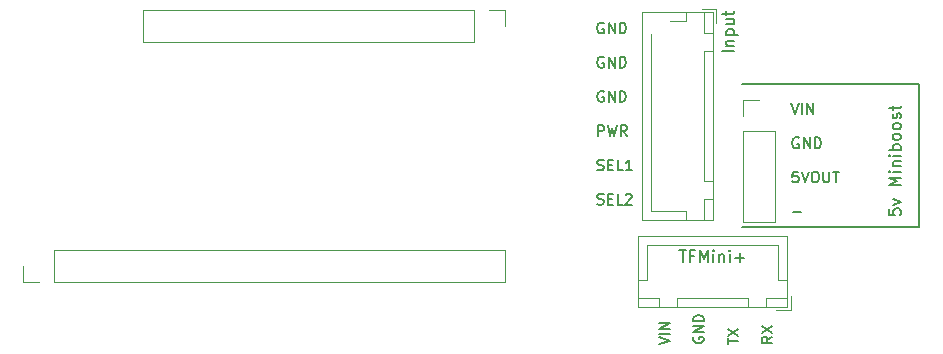
<source format=gbr>
%TF.GenerationSoftware,KiCad,Pcbnew,7.0.7*%
%TF.CreationDate,2024-05-03T13:44:01+01:00*%
%TF.ProjectId,MRF67-pro,4d524636-372d-4707-926f-2e6b69636164,rev?*%
%TF.SameCoordinates,Original*%
%TF.FileFunction,Legend,Top*%
%TF.FilePolarity,Positive*%
%FSLAX46Y46*%
G04 Gerber Fmt 4.6, Leading zero omitted, Abs format (unit mm)*
G04 Created by KiCad (PCBNEW 7.0.7) date 2024-05-03 13:44:01*
%MOMM*%
%LPD*%
G01*
G04 APERTURE LIST*
%ADD10C,0.150000*%
%ADD11C,0.200000*%
%ADD12C,0.120000*%
G04 APERTURE END LIST*
D10*
X182499000Y-106553000D02*
X182499000Y-118618000D01*
X167513000Y-106553000D02*
X182499000Y-106553000D01*
X182499000Y-118618000D02*
X167513000Y-118618000D01*
D11*
X171667292Y-108141457D02*
X171967292Y-109041457D01*
X171967292Y-109041457D02*
X172267292Y-108141457D01*
X172567292Y-109041457D02*
X172567292Y-108141457D01*
X172995863Y-109041457D02*
X172995863Y-108141457D01*
X172995863Y-108141457D02*
X173510149Y-109041457D01*
X173510149Y-109041457D02*
X173510149Y-108141457D01*
X172267292Y-111082314D02*
X172181578Y-111039457D01*
X172181578Y-111039457D02*
X172053006Y-111039457D01*
X172053006Y-111039457D02*
X171924435Y-111082314D01*
X171924435Y-111082314D02*
X171838720Y-111168028D01*
X171838720Y-111168028D02*
X171795863Y-111253742D01*
X171795863Y-111253742D02*
X171753006Y-111425171D01*
X171753006Y-111425171D02*
X171753006Y-111553742D01*
X171753006Y-111553742D02*
X171795863Y-111725171D01*
X171795863Y-111725171D02*
X171838720Y-111810885D01*
X171838720Y-111810885D02*
X171924435Y-111896600D01*
X171924435Y-111896600D02*
X172053006Y-111939457D01*
X172053006Y-111939457D02*
X172138720Y-111939457D01*
X172138720Y-111939457D02*
X172267292Y-111896600D01*
X172267292Y-111896600D02*
X172310149Y-111853742D01*
X172310149Y-111853742D02*
X172310149Y-111553742D01*
X172310149Y-111553742D02*
X172138720Y-111553742D01*
X172695863Y-111939457D02*
X172695863Y-111039457D01*
X172695863Y-111039457D02*
X173210149Y-111939457D01*
X173210149Y-111939457D02*
X173210149Y-111039457D01*
X173638720Y-111939457D02*
X173638720Y-111039457D01*
X173638720Y-111039457D02*
X173853006Y-111039457D01*
X173853006Y-111039457D02*
X173981577Y-111082314D01*
X173981577Y-111082314D02*
X174067292Y-111168028D01*
X174067292Y-111168028D02*
X174110149Y-111253742D01*
X174110149Y-111253742D02*
X174153006Y-111425171D01*
X174153006Y-111425171D02*
X174153006Y-111553742D01*
X174153006Y-111553742D02*
X174110149Y-111725171D01*
X174110149Y-111725171D02*
X174067292Y-111810885D01*
X174067292Y-111810885D02*
X173981577Y-111896600D01*
X173981577Y-111896600D02*
X173853006Y-111939457D01*
X173853006Y-111939457D02*
X173638720Y-111939457D01*
X172224435Y-113937457D02*
X171795863Y-113937457D01*
X171795863Y-113937457D02*
X171753006Y-114366028D01*
X171753006Y-114366028D02*
X171795863Y-114323171D01*
X171795863Y-114323171D02*
X171881578Y-114280314D01*
X171881578Y-114280314D02*
X172095863Y-114280314D01*
X172095863Y-114280314D02*
X172181578Y-114323171D01*
X172181578Y-114323171D02*
X172224435Y-114366028D01*
X172224435Y-114366028D02*
X172267292Y-114451742D01*
X172267292Y-114451742D02*
X172267292Y-114666028D01*
X172267292Y-114666028D02*
X172224435Y-114751742D01*
X172224435Y-114751742D02*
X172181578Y-114794600D01*
X172181578Y-114794600D02*
X172095863Y-114837457D01*
X172095863Y-114837457D02*
X171881578Y-114837457D01*
X171881578Y-114837457D02*
X171795863Y-114794600D01*
X171795863Y-114794600D02*
X171753006Y-114751742D01*
X172524435Y-113937457D02*
X172824435Y-114837457D01*
X172824435Y-114837457D02*
X173124435Y-113937457D01*
X173595864Y-113937457D02*
X173767292Y-113937457D01*
X173767292Y-113937457D02*
X173853007Y-113980314D01*
X173853007Y-113980314D02*
X173938721Y-114066028D01*
X173938721Y-114066028D02*
X173981578Y-114237457D01*
X173981578Y-114237457D02*
X173981578Y-114537457D01*
X173981578Y-114537457D02*
X173938721Y-114708885D01*
X173938721Y-114708885D02*
X173853007Y-114794600D01*
X173853007Y-114794600D02*
X173767292Y-114837457D01*
X173767292Y-114837457D02*
X173595864Y-114837457D01*
X173595864Y-114837457D02*
X173510150Y-114794600D01*
X173510150Y-114794600D02*
X173424435Y-114708885D01*
X173424435Y-114708885D02*
X173381578Y-114537457D01*
X173381578Y-114537457D02*
X173381578Y-114237457D01*
X173381578Y-114237457D02*
X173424435Y-114066028D01*
X173424435Y-114066028D02*
X173510150Y-113980314D01*
X173510150Y-113980314D02*
X173595864Y-113937457D01*
X174367292Y-113937457D02*
X174367292Y-114666028D01*
X174367292Y-114666028D02*
X174410149Y-114751742D01*
X174410149Y-114751742D02*
X174453007Y-114794600D01*
X174453007Y-114794600D02*
X174538721Y-114837457D01*
X174538721Y-114837457D02*
X174710149Y-114837457D01*
X174710149Y-114837457D02*
X174795864Y-114794600D01*
X174795864Y-114794600D02*
X174838721Y-114751742D01*
X174838721Y-114751742D02*
X174881578Y-114666028D01*
X174881578Y-114666028D02*
X174881578Y-113937457D01*
X175181578Y-113937457D02*
X175695864Y-113937457D01*
X175438721Y-114837457D02*
X175438721Y-113937457D01*
X171795863Y-117392600D02*
X172481578Y-117392600D01*
X155757292Y-101372314D02*
X155671578Y-101329457D01*
X155671578Y-101329457D02*
X155543006Y-101329457D01*
X155543006Y-101329457D02*
X155414435Y-101372314D01*
X155414435Y-101372314D02*
X155328720Y-101458028D01*
X155328720Y-101458028D02*
X155285863Y-101543742D01*
X155285863Y-101543742D02*
X155243006Y-101715171D01*
X155243006Y-101715171D02*
X155243006Y-101843742D01*
X155243006Y-101843742D02*
X155285863Y-102015171D01*
X155285863Y-102015171D02*
X155328720Y-102100885D01*
X155328720Y-102100885D02*
X155414435Y-102186600D01*
X155414435Y-102186600D02*
X155543006Y-102229457D01*
X155543006Y-102229457D02*
X155628720Y-102229457D01*
X155628720Y-102229457D02*
X155757292Y-102186600D01*
X155757292Y-102186600D02*
X155800149Y-102143742D01*
X155800149Y-102143742D02*
X155800149Y-101843742D01*
X155800149Y-101843742D02*
X155628720Y-101843742D01*
X156185863Y-102229457D02*
X156185863Y-101329457D01*
X156185863Y-101329457D02*
X156700149Y-102229457D01*
X156700149Y-102229457D02*
X156700149Y-101329457D01*
X157128720Y-102229457D02*
X157128720Y-101329457D01*
X157128720Y-101329457D02*
X157343006Y-101329457D01*
X157343006Y-101329457D02*
X157471577Y-101372314D01*
X157471577Y-101372314D02*
X157557292Y-101458028D01*
X157557292Y-101458028D02*
X157600149Y-101543742D01*
X157600149Y-101543742D02*
X157643006Y-101715171D01*
X157643006Y-101715171D02*
X157643006Y-101843742D01*
X157643006Y-101843742D02*
X157600149Y-102015171D01*
X157600149Y-102015171D02*
X157557292Y-102100885D01*
X157557292Y-102100885D02*
X157471577Y-102186600D01*
X157471577Y-102186600D02*
X157343006Y-102229457D01*
X157343006Y-102229457D02*
X157128720Y-102229457D01*
X155757292Y-104270314D02*
X155671578Y-104227457D01*
X155671578Y-104227457D02*
X155543006Y-104227457D01*
X155543006Y-104227457D02*
X155414435Y-104270314D01*
X155414435Y-104270314D02*
X155328720Y-104356028D01*
X155328720Y-104356028D02*
X155285863Y-104441742D01*
X155285863Y-104441742D02*
X155243006Y-104613171D01*
X155243006Y-104613171D02*
X155243006Y-104741742D01*
X155243006Y-104741742D02*
X155285863Y-104913171D01*
X155285863Y-104913171D02*
X155328720Y-104998885D01*
X155328720Y-104998885D02*
X155414435Y-105084600D01*
X155414435Y-105084600D02*
X155543006Y-105127457D01*
X155543006Y-105127457D02*
X155628720Y-105127457D01*
X155628720Y-105127457D02*
X155757292Y-105084600D01*
X155757292Y-105084600D02*
X155800149Y-105041742D01*
X155800149Y-105041742D02*
X155800149Y-104741742D01*
X155800149Y-104741742D02*
X155628720Y-104741742D01*
X156185863Y-105127457D02*
X156185863Y-104227457D01*
X156185863Y-104227457D02*
X156700149Y-105127457D01*
X156700149Y-105127457D02*
X156700149Y-104227457D01*
X157128720Y-105127457D02*
X157128720Y-104227457D01*
X157128720Y-104227457D02*
X157343006Y-104227457D01*
X157343006Y-104227457D02*
X157471577Y-104270314D01*
X157471577Y-104270314D02*
X157557292Y-104356028D01*
X157557292Y-104356028D02*
X157600149Y-104441742D01*
X157600149Y-104441742D02*
X157643006Y-104613171D01*
X157643006Y-104613171D02*
X157643006Y-104741742D01*
X157643006Y-104741742D02*
X157600149Y-104913171D01*
X157600149Y-104913171D02*
X157557292Y-104998885D01*
X157557292Y-104998885D02*
X157471577Y-105084600D01*
X157471577Y-105084600D02*
X157343006Y-105127457D01*
X157343006Y-105127457D02*
X157128720Y-105127457D01*
X155757292Y-107168314D02*
X155671578Y-107125457D01*
X155671578Y-107125457D02*
X155543006Y-107125457D01*
X155543006Y-107125457D02*
X155414435Y-107168314D01*
X155414435Y-107168314D02*
X155328720Y-107254028D01*
X155328720Y-107254028D02*
X155285863Y-107339742D01*
X155285863Y-107339742D02*
X155243006Y-107511171D01*
X155243006Y-107511171D02*
X155243006Y-107639742D01*
X155243006Y-107639742D02*
X155285863Y-107811171D01*
X155285863Y-107811171D02*
X155328720Y-107896885D01*
X155328720Y-107896885D02*
X155414435Y-107982600D01*
X155414435Y-107982600D02*
X155543006Y-108025457D01*
X155543006Y-108025457D02*
X155628720Y-108025457D01*
X155628720Y-108025457D02*
X155757292Y-107982600D01*
X155757292Y-107982600D02*
X155800149Y-107939742D01*
X155800149Y-107939742D02*
X155800149Y-107639742D01*
X155800149Y-107639742D02*
X155628720Y-107639742D01*
X156185863Y-108025457D02*
X156185863Y-107125457D01*
X156185863Y-107125457D02*
X156700149Y-108025457D01*
X156700149Y-108025457D02*
X156700149Y-107125457D01*
X157128720Y-108025457D02*
X157128720Y-107125457D01*
X157128720Y-107125457D02*
X157343006Y-107125457D01*
X157343006Y-107125457D02*
X157471577Y-107168314D01*
X157471577Y-107168314D02*
X157557292Y-107254028D01*
X157557292Y-107254028D02*
X157600149Y-107339742D01*
X157600149Y-107339742D02*
X157643006Y-107511171D01*
X157643006Y-107511171D02*
X157643006Y-107639742D01*
X157643006Y-107639742D02*
X157600149Y-107811171D01*
X157600149Y-107811171D02*
X157557292Y-107896885D01*
X157557292Y-107896885D02*
X157471577Y-107982600D01*
X157471577Y-107982600D02*
X157343006Y-108025457D01*
X157343006Y-108025457D02*
X157128720Y-108025457D01*
X155285863Y-110923457D02*
X155285863Y-110023457D01*
X155285863Y-110023457D02*
X155628720Y-110023457D01*
X155628720Y-110023457D02*
X155714435Y-110066314D01*
X155714435Y-110066314D02*
X155757292Y-110109171D01*
X155757292Y-110109171D02*
X155800149Y-110194885D01*
X155800149Y-110194885D02*
X155800149Y-110323457D01*
X155800149Y-110323457D02*
X155757292Y-110409171D01*
X155757292Y-110409171D02*
X155714435Y-110452028D01*
X155714435Y-110452028D02*
X155628720Y-110494885D01*
X155628720Y-110494885D02*
X155285863Y-110494885D01*
X156100149Y-110023457D02*
X156314435Y-110923457D01*
X156314435Y-110923457D02*
X156485863Y-110280600D01*
X156485863Y-110280600D02*
X156657292Y-110923457D01*
X156657292Y-110923457D02*
X156871578Y-110023457D01*
X157728720Y-110923457D02*
X157428720Y-110494885D01*
X157214434Y-110923457D02*
X157214434Y-110023457D01*
X157214434Y-110023457D02*
X157557291Y-110023457D01*
X157557291Y-110023457D02*
X157643006Y-110066314D01*
X157643006Y-110066314D02*
X157685863Y-110109171D01*
X157685863Y-110109171D02*
X157728720Y-110194885D01*
X157728720Y-110194885D02*
X157728720Y-110323457D01*
X157728720Y-110323457D02*
X157685863Y-110409171D01*
X157685863Y-110409171D02*
X157643006Y-110452028D01*
X157643006Y-110452028D02*
X157557291Y-110494885D01*
X157557291Y-110494885D02*
X157214434Y-110494885D01*
X155243006Y-113778600D02*
X155371578Y-113821457D01*
X155371578Y-113821457D02*
X155585863Y-113821457D01*
X155585863Y-113821457D02*
X155671578Y-113778600D01*
X155671578Y-113778600D02*
X155714435Y-113735742D01*
X155714435Y-113735742D02*
X155757292Y-113650028D01*
X155757292Y-113650028D02*
X155757292Y-113564314D01*
X155757292Y-113564314D02*
X155714435Y-113478600D01*
X155714435Y-113478600D02*
X155671578Y-113435742D01*
X155671578Y-113435742D02*
X155585863Y-113392885D01*
X155585863Y-113392885D02*
X155414435Y-113350028D01*
X155414435Y-113350028D02*
X155328720Y-113307171D01*
X155328720Y-113307171D02*
X155285863Y-113264314D01*
X155285863Y-113264314D02*
X155243006Y-113178600D01*
X155243006Y-113178600D02*
X155243006Y-113092885D01*
X155243006Y-113092885D02*
X155285863Y-113007171D01*
X155285863Y-113007171D02*
X155328720Y-112964314D01*
X155328720Y-112964314D02*
X155414435Y-112921457D01*
X155414435Y-112921457D02*
X155628720Y-112921457D01*
X155628720Y-112921457D02*
X155757292Y-112964314D01*
X156143006Y-113350028D02*
X156443006Y-113350028D01*
X156571578Y-113821457D02*
X156143006Y-113821457D01*
X156143006Y-113821457D02*
X156143006Y-112921457D01*
X156143006Y-112921457D02*
X156571578Y-112921457D01*
X157385864Y-113821457D02*
X156957292Y-113821457D01*
X156957292Y-113821457D02*
X156957292Y-112921457D01*
X158157292Y-113821457D02*
X157643006Y-113821457D01*
X157900149Y-113821457D02*
X157900149Y-112921457D01*
X157900149Y-112921457D02*
X157814435Y-113050028D01*
X157814435Y-113050028D02*
X157728720Y-113135742D01*
X157728720Y-113135742D02*
X157643006Y-113178600D01*
X155243006Y-116676600D02*
X155371578Y-116719457D01*
X155371578Y-116719457D02*
X155585863Y-116719457D01*
X155585863Y-116719457D02*
X155671578Y-116676600D01*
X155671578Y-116676600D02*
X155714435Y-116633742D01*
X155714435Y-116633742D02*
X155757292Y-116548028D01*
X155757292Y-116548028D02*
X155757292Y-116462314D01*
X155757292Y-116462314D02*
X155714435Y-116376600D01*
X155714435Y-116376600D02*
X155671578Y-116333742D01*
X155671578Y-116333742D02*
X155585863Y-116290885D01*
X155585863Y-116290885D02*
X155414435Y-116248028D01*
X155414435Y-116248028D02*
X155328720Y-116205171D01*
X155328720Y-116205171D02*
X155285863Y-116162314D01*
X155285863Y-116162314D02*
X155243006Y-116076600D01*
X155243006Y-116076600D02*
X155243006Y-115990885D01*
X155243006Y-115990885D02*
X155285863Y-115905171D01*
X155285863Y-115905171D02*
X155328720Y-115862314D01*
X155328720Y-115862314D02*
X155414435Y-115819457D01*
X155414435Y-115819457D02*
X155628720Y-115819457D01*
X155628720Y-115819457D02*
X155757292Y-115862314D01*
X156143006Y-116248028D02*
X156443006Y-116248028D01*
X156571578Y-116719457D02*
X156143006Y-116719457D01*
X156143006Y-116719457D02*
X156143006Y-115819457D01*
X156143006Y-115819457D02*
X156571578Y-115819457D01*
X157385864Y-116719457D02*
X156957292Y-116719457D01*
X156957292Y-116719457D02*
X156957292Y-115819457D01*
X157643006Y-115905171D02*
X157685863Y-115862314D01*
X157685863Y-115862314D02*
X157771578Y-115819457D01*
X157771578Y-115819457D02*
X157985863Y-115819457D01*
X157985863Y-115819457D02*
X158071578Y-115862314D01*
X158071578Y-115862314D02*
X158114435Y-115905171D01*
X158114435Y-115905171D02*
X158157292Y-115990885D01*
X158157292Y-115990885D02*
X158157292Y-116076600D01*
X158157292Y-116076600D02*
X158114435Y-116205171D01*
X158114435Y-116205171D02*
X157600149Y-116719457D01*
X157600149Y-116719457D02*
X158157292Y-116719457D01*
X160465457Y-128560707D02*
X161365457Y-128260707D01*
X161365457Y-128260707D02*
X160465457Y-127960707D01*
X161365457Y-127660707D02*
X160465457Y-127660707D01*
X161365457Y-127232136D02*
X160465457Y-127232136D01*
X160465457Y-127232136D02*
X161365457Y-126717850D01*
X161365457Y-126717850D02*
X160465457Y-126717850D01*
X163406314Y-127960707D02*
X163363457Y-128046422D01*
X163363457Y-128046422D02*
X163363457Y-128174993D01*
X163363457Y-128174993D02*
X163406314Y-128303564D01*
X163406314Y-128303564D02*
X163492028Y-128389279D01*
X163492028Y-128389279D02*
X163577742Y-128432136D01*
X163577742Y-128432136D02*
X163749171Y-128474993D01*
X163749171Y-128474993D02*
X163877742Y-128474993D01*
X163877742Y-128474993D02*
X164049171Y-128432136D01*
X164049171Y-128432136D02*
X164134885Y-128389279D01*
X164134885Y-128389279D02*
X164220600Y-128303564D01*
X164220600Y-128303564D02*
X164263457Y-128174993D01*
X164263457Y-128174993D02*
X164263457Y-128089279D01*
X164263457Y-128089279D02*
X164220600Y-127960707D01*
X164220600Y-127960707D02*
X164177742Y-127917850D01*
X164177742Y-127917850D02*
X163877742Y-127917850D01*
X163877742Y-127917850D02*
X163877742Y-128089279D01*
X164263457Y-127532136D02*
X163363457Y-127532136D01*
X163363457Y-127532136D02*
X164263457Y-127017850D01*
X164263457Y-127017850D02*
X163363457Y-127017850D01*
X164263457Y-126589279D02*
X163363457Y-126589279D01*
X163363457Y-126589279D02*
X163363457Y-126374993D01*
X163363457Y-126374993D02*
X163406314Y-126246422D01*
X163406314Y-126246422D02*
X163492028Y-126160707D01*
X163492028Y-126160707D02*
X163577742Y-126117850D01*
X163577742Y-126117850D02*
X163749171Y-126074993D01*
X163749171Y-126074993D02*
X163877742Y-126074993D01*
X163877742Y-126074993D02*
X164049171Y-126117850D01*
X164049171Y-126117850D02*
X164134885Y-126160707D01*
X164134885Y-126160707D02*
X164220600Y-126246422D01*
X164220600Y-126246422D02*
X164263457Y-126374993D01*
X164263457Y-126374993D02*
X164263457Y-126589279D01*
X166261457Y-128560707D02*
X166261457Y-128046422D01*
X167161457Y-128303564D02*
X166261457Y-128303564D01*
X166261457Y-127832136D02*
X167161457Y-127232136D01*
X166261457Y-127232136D02*
X167161457Y-127832136D01*
X170059457Y-127917850D02*
X169630885Y-128217850D01*
X170059457Y-128432136D02*
X169159457Y-128432136D01*
X169159457Y-128432136D02*
X169159457Y-128089279D01*
X169159457Y-128089279D02*
X169202314Y-128003564D01*
X169202314Y-128003564D02*
X169245171Y-127960707D01*
X169245171Y-127960707D02*
X169330885Y-127917850D01*
X169330885Y-127917850D02*
X169459457Y-127917850D01*
X169459457Y-127917850D02*
X169545171Y-127960707D01*
X169545171Y-127960707D02*
X169588028Y-128003564D01*
X169588028Y-128003564D02*
X169630885Y-128089279D01*
X169630885Y-128089279D02*
X169630885Y-128432136D01*
X169159457Y-127617850D02*
X170059457Y-127017850D01*
X169159457Y-127017850D02*
X170059457Y-127617850D01*
D10*
X179921819Y-117101428D02*
X179921819Y-117577618D01*
X179921819Y-117577618D02*
X180398009Y-117625237D01*
X180398009Y-117625237D02*
X180350390Y-117577618D01*
X180350390Y-117577618D02*
X180302771Y-117482380D01*
X180302771Y-117482380D02*
X180302771Y-117244285D01*
X180302771Y-117244285D02*
X180350390Y-117149047D01*
X180350390Y-117149047D02*
X180398009Y-117101428D01*
X180398009Y-117101428D02*
X180493247Y-117053809D01*
X180493247Y-117053809D02*
X180731342Y-117053809D01*
X180731342Y-117053809D02*
X180826580Y-117101428D01*
X180826580Y-117101428D02*
X180874200Y-117149047D01*
X180874200Y-117149047D02*
X180921819Y-117244285D01*
X180921819Y-117244285D02*
X180921819Y-117482380D01*
X180921819Y-117482380D02*
X180874200Y-117577618D01*
X180874200Y-117577618D02*
X180826580Y-117625237D01*
X180255152Y-116720475D02*
X180921819Y-116482380D01*
X180921819Y-116482380D02*
X180255152Y-116244285D01*
X180921819Y-115101427D02*
X179921819Y-115101427D01*
X179921819Y-115101427D02*
X180636104Y-114768094D01*
X180636104Y-114768094D02*
X179921819Y-114434761D01*
X179921819Y-114434761D02*
X180921819Y-114434761D01*
X180921819Y-113958570D02*
X180255152Y-113958570D01*
X179921819Y-113958570D02*
X179969438Y-114006189D01*
X179969438Y-114006189D02*
X180017057Y-113958570D01*
X180017057Y-113958570D02*
X179969438Y-113910951D01*
X179969438Y-113910951D02*
X179921819Y-113958570D01*
X179921819Y-113958570D02*
X180017057Y-113958570D01*
X180255152Y-113482380D02*
X180921819Y-113482380D01*
X180350390Y-113482380D02*
X180302771Y-113434761D01*
X180302771Y-113434761D02*
X180255152Y-113339523D01*
X180255152Y-113339523D02*
X180255152Y-113196666D01*
X180255152Y-113196666D02*
X180302771Y-113101428D01*
X180302771Y-113101428D02*
X180398009Y-113053809D01*
X180398009Y-113053809D02*
X180921819Y-113053809D01*
X180921819Y-112577618D02*
X180255152Y-112577618D01*
X179921819Y-112577618D02*
X179969438Y-112625237D01*
X179969438Y-112625237D02*
X180017057Y-112577618D01*
X180017057Y-112577618D02*
X179969438Y-112529999D01*
X179969438Y-112529999D02*
X179921819Y-112577618D01*
X179921819Y-112577618D02*
X180017057Y-112577618D01*
X180921819Y-112101428D02*
X179921819Y-112101428D01*
X180302771Y-112101428D02*
X180255152Y-112006190D01*
X180255152Y-112006190D02*
X180255152Y-111815714D01*
X180255152Y-111815714D02*
X180302771Y-111720476D01*
X180302771Y-111720476D02*
X180350390Y-111672857D01*
X180350390Y-111672857D02*
X180445628Y-111625238D01*
X180445628Y-111625238D02*
X180731342Y-111625238D01*
X180731342Y-111625238D02*
X180826580Y-111672857D01*
X180826580Y-111672857D02*
X180874200Y-111720476D01*
X180874200Y-111720476D02*
X180921819Y-111815714D01*
X180921819Y-111815714D02*
X180921819Y-112006190D01*
X180921819Y-112006190D02*
X180874200Y-112101428D01*
X180921819Y-111053809D02*
X180874200Y-111149047D01*
X180874200Y-111149047D02*
X180826580Y-111196666D01*
X180826580Y-111196666D02*
X180731342Y-111244285D01*
X180731342Y-111244285D02*
X180445628Y-111244285D01*
X180445628Y-111244285D02*
X180350390Y-111196666D01*
X180350390Y-111196666D02*
X180302771Y-111149047D01*
X180302771Y-111149047D02*
X180255152Y-111053809D01*
X180255152Y-111053809D02*
X180255152Y-110910952D01*
X180255152Y-110910952D02*
X180302771Y-110815714D01*
X180302771Y-110815714D02*
X180350390Y-110768095D01*
X180350390Y-110768095D02*
X180445628Y-110720476D01*
X180445628Y-110720476D02*
X180731342Y-110720476D01*
X180731342Y-110720476D02*
X180826580Y-110768095D01*
X180826580Y-110768095D02*
X180874200Y-110815714D01*
X180874200Y-110815714D02*
X180921819Y-110910952D01*
X180921819Y-110910952D02*
X180921819Y-111053809D01*
X180921819Y-110149047D02*
X180874200Y-110244285D01*
X180874200Y-110244285D02*
X180826580Y-110291904D01*
X180826580Y-110291904D02*
X180731342Y-110339523D01*
X180731342Y-110339523D02*
X180445628Y-110339523D01*
X180445628Y-110339523D02*
X180350390Y-110291904D01*
X180350390Y-110291904D02*
X180302771Y-110244285D01*
X180302771Y-110244285D02*
X180255152Y-110149047D01*
X180255152Y-110149047D02*
X180255152Y-110006190D01*
X180255152Y-110006190D02*
X180302771Y-109910952D01*
X180302771Y-109910952D02*
X180350390Y-109863333D01*
X180350390Y-109863333D02*
X180445628Y-109815714D01*
X180445628Y-109815714D02*
X180731342Y-109815714D01*
X180731342Y-109815714D02*
X180826580Y-109863333D01*
X180826580Y-109863333D02*
X180874200Y-109910952D01*
X180874200Y-109910952D02*
X180921819Y-110006190D01*
X180921819Y-110006190D02*
X180921819Y-110149047D01*
X180874200Y-109434761D02*
X180921819Y-109339523D01*
X180921819Y-109339523D02*
X180921819Y-109149047D01*
X180921819Y-109149047D02*
X180874200Y-109053809D01*
X180874200Y-109053809D02*
X180778961Y-109006190D01*
X180778961Y-109006190D02*
X180731342Y-109006190D01*
X180731342Y-109006190D02*
X180636104Y-109053809D01*
X180636104Y-109053809D02*
X180588485Y-109149047D01*
X180588485Y-109149047D02*
X180588485Y-109291904D01*
X180588485Y-109291904D02*
X180540866Y-109387142D01*
X180540866Y-109387142D02*
X180445628Y-109434761D01*
X180445628Y-109434761D02*
X180398009Y-109434761D01*
X180398009Y-109434761D02*
X180302771Y-109387142D01*
X180302771Y-109387142D02*
X180255152Y-109291904D01*
X180255152Y-109291904D02*
X180255152Y-109149047D01*
X180255152Y-109149047D02*
X180302771Y-109053809D01*
X180255152Y-108720475D02*
X180255152Y-108339523D01*
X179921819Y-108577618D02*
X180778961Y-108577618D01*
X180778961Y-108577618D02*
X180874200Y-108529999D01*
X180874200Y-108529999D02*
X180921819Y-108434761D01*
X180921819Y-108434761D02*
X180921819Y-108339523D01*
X162159667Y-120595819D02*
X162731095Y-120595819D01*
X162445381Y-121595819D02*
X162445381Y-120595819D01*
X163397762Y-121072009D02*
X163064429Y-121072009D01*
X163064429Y-121595819D02*
X163064429Y-120595819D01*
X163064429Y-120595819D02*
X163540619Y-120595819D01*
X163921572Y-121595819D02*
X163921572Y-120595819D01*
X163921572Y-120595819D02*
X164254905Y-121310104D01*
X164254905Y-121310104D02*
X164588238Y-120595819D01*
X164588238Y-120595819D02*
X164588238Y-121595819D01*
X165064429Y-121595819D02*
X165064429Y-120929152D01*
X165064429Y-120595819D02*
X165016810Y-120643438D01*
X165016810Y-120643438D02*
X165064429Y-120691057D01*
X165064429Y-120691057D02*
X165112048Y-120643438D01*
X165112048Y-120643438D02*
X165064429Y-120595819D01*
X165064429Y-120595819D02*
X165064429Y-120691057D01*
X165540619Y-120929152D02*
X165540619Y-121595819D01*
X165540619Y-121024390D02*
X165588238Y-120976771D01*
X165588238Y-120976771D02*
X165683476Y-120929152D01*
X165683476Y-120929152D02*
X165826333Y-120929152D01*
X165826333Y-120929152D02*
X165921571Y-120976771D01*
X165921571Y-120976771D02*
X165969190Y-121072009D01*
X165969190Y-121072009D02*
X165969190Y-121595819D01*
X166445381Y-121595819D02*
X166445381Y-120929152D01*
X166445381Y-120595819D02*
X166397762Y-120643438D01*
X166397762Y-120643438D02*
X166445381Y-120691057D01*
X166445381Y-120691057D02*
X166493000Y-120643438D01*
X166493000Y-120643438D02*
X166445381Y-120595819D01*
X166445381Y-120595819D02*
X166445381Y-120691057D01*
X166921571Y-121214866D02*
X167683476Y-121214866D01*
X167302523Y-121595819D02*
X167302523Y-120833914D01*
X166824819Y-103750856D02*
X165824819Y-103750856D01*
X166158152Y-103274666D02*
X166824819Y-103274666D01*
X166253390Y-103274666D02*
X166205771Y-103227047D01*
X166205771Y-103227047D02*
X166158152Y-103131809D01*
X166158152Y-103131809D02*
X166158152Y-102988952D01*
X166158152Y-102988952D02*
X166205771Y-102893714D01*
X166205771Y-102893714D02*
X166301009Y-102846095D01*
X166301009Y-102846095D02*
X166824819Y-102846095D01*
X166158152Y-102369904D02*
X167158152Y-102369904D01*
X166205771Y-102369904D02*
X166158152Y-102274666D01*
X166158152Y-102274666D02*
X166158152Y-102084190D01*
X166158152Y-102084190D02*
X166205771Y-101988952D01*
X166205771Y-101988952D02*
X166253390Y-101941333D01*
X166253390Y-101941333D02*
X166348628Y-101893714D01*
X166348628Y-101893714D02*
X166634342Y-101893714D01*
X166634342Y-101893714D02*
X166729580Y-101941333D01*
X166729580Y-101941333D02*
X166777200Y-101988952D01*
X166777200Y-101988952D02*
X166824819Y-102084190D01*
X166824819Y-102084190D02*
X166824819Y-102274666D01*
X166824819Y-102274666D02*
X166777200Y-102369904D01*
X166158152Y-101036571D02*
X166824819Y-101036571D01*
X166158152Y-101465142D02*
X166681961Y-101465142D01*
X166681961Y-101465142D02*
X166777200Y-101417523D01*
X166777200Y-101417523D02*
X166824819Y-101322285D01*
X166824819Y-101322285D02*
X166824819Y-101179428D01*
X166824819Y-101179428D02*
X166777200Y-101084190D01*
X166777200Y-101084190D02*
X166729580Y-101036571D01*
X166158152Y-100703237D02*
X166158152Y-100322285D01*
X165824819Y-100560380D02*
X166681961Y-100560380D01*
X166681961Y-100560380D02*
X166777200Y-100512761D01*
X166777200Y-100512761D02*
X166824819Y-100417523D01*
X166824819Y-100417523D02*
X166824819Y-100322285D01*
D12*
%TO.C,J2*%
X147380000Y-100270000D02*
X147380000Y-101600000D01*
X146050000Y-100270000D02*
X147380000Y-100270000D01*
X144780000Y-100270000D02*
X116780000Y-100270000D01*
X144780000Y-100270000D02*
X144780000Y-102930000D01*
X116780000Y-100270000D02*
X116780000Y-102930000D01*
X144780000Y-102930000D02*
X116780000Y-102930000D01*
%TO.C,J1*%
X106620000Y-123250000D02*
X106620000Y-121920000D01*
X107950000Y-123250000D02*
X106620000Y-123250000D01*
X109220000Y-123250000D02*
X147380000Y-123250000D01*
X109220000Y-123250000D02*
X109220000Y-120590000D01*
X147380000Y-123250000D02*
X147380000Y-120590000D01*
X109220000Y-120590000D02*
X147380000Y-120590000D01*
%TO.C,J4*%
X167580000Y-107890000D02*
X168910000Y-107890000D01*
X167580000Y-109220000D02*
X167580000Y-107890000D01*
X167580000Y-110490000D02*
X167580000Y-118170000D01*
X167580000Y-110490000D02*
X170240000Y-110490000D01*
X167580000Y-118170000D02*
X170240000Y-118170000D01*
X170240000Y-110490000D02*
X170240000Y-118170000D01*
%TO.C,J3*%
X171593000Y-125686000D02*
X171593000Y-124436000D01*
X171303000Y-125396000D02*
X171303000Y-119426000D01*
X171303000Y-119426000D02*
X158683000Y-119426000D01*
X171293000Y-125386000D02*
X171293000Y-124636000D01*
X171293000Y-124636000D02*
X169493000Y-124636000D01*
X171293000Y-123136000D02*
X170543000Y-123136000D01*
X170543000Y-123136000D02*
X170543000Y-120186000D01*
X170543000Y-120186000D02*
X164993000Y-120186000D01*
X170343000Y-125686000D02*
X171593000Y-125686000D01*
X169493000Y-125386000D02*
X171293000Y-125386000D01*
X169493000Y-124636000D02*
X169493000Y-125386000D01*
X167993000Y-125386000D02*
X167993000Y-124636000D01*
X167993000Y-124636000D02*
X161993000Y-124636000D01*
X161993000Y-125386000D02*
X167993000Y-125386000D01*
X161993000Y-124636000D02*
X161993000Y-125386000D01*
X160493000Y-125386000D02*
X160493000Y-124636000D01*
X160493000Y-124636000D02*
X158693000Y-124636000D01*
X159443000Y-123136000D02*
X159443000Y-120186000D01*
X159443000Y-120186000D02*
X164993000Y-120186000D01*
X158693000Y-125386000D02*
X160493000Y-125386000D01*
X158693000Y-124636000D02*
X158693000Y-125386000D01*
X158693000Y-123136000D02*
X159443000Y-123136000D01*
X158683000Y-125396000D02*
X171303000Y-125396000D01*
X158683000Y-119426000D02*
X158683000Y-125396000D01*
%TO.C,J6*%
X165310000Y-100140000D02*
X164060000Y-100140000D01*
X165020000Y-100430000D02*
X159050000Y-100430000D01*
X159050000Y-100430000D02*
X159050000Y-118050000D01*
X165010000Y-100440000D02*
X164260000Y-100440000D01*
X164260000Y-100440000D02*
X164260000Y-102240000D01*
X162760000Y-100440000D02*
X162760000Y-101190000D01*
X162760000Y-101190000D02*
X161420000Y-101190000D01*
X165310000Y-101390000D02*
X165310000Y-100140000D01*
X165010000Y-102240000D02*
X165010000Y-100440000D01*
X164260000Y-102240000D02*
X165010000Y-102240000D01*
X165010000Y-103740000D02*
X164260000Y-103740000D01*
X164260000Y-103740000D02*
X164260000Y-114740000D01*
X159810000Y-109240000D02*
X159810000Y-102250000D01*
X165010000Y-114740000D02*
X165010000Y-103740000D01*
X164260000Y-114740000D02*
X165010000Y-114740000D01*
X165010000Y-116240000D02*
X164260000Y-116240000D01*
X164260000Y-116240000D02*
X164260000Y-118040000D01*
X162760000Y-117290000D02*
X159810000Y-117290000D01*
X159810000Y-117290000D02*
X159810000Y-109240000D01*
X165010000Y-118040000D02*
X165010000Y-116240000D01*
X164260000Y-118040000D02*
X165010000Y-118040000D01*
X162760000Y-118040000D02*
X162760000Y-117290000D01*
X165020000Y-118050000D02*
X165020000Y-100430000D01*
X159050000Y-118050000D02*
X165020000Y-118050000D01*
%TD*%
M02*

</source>
